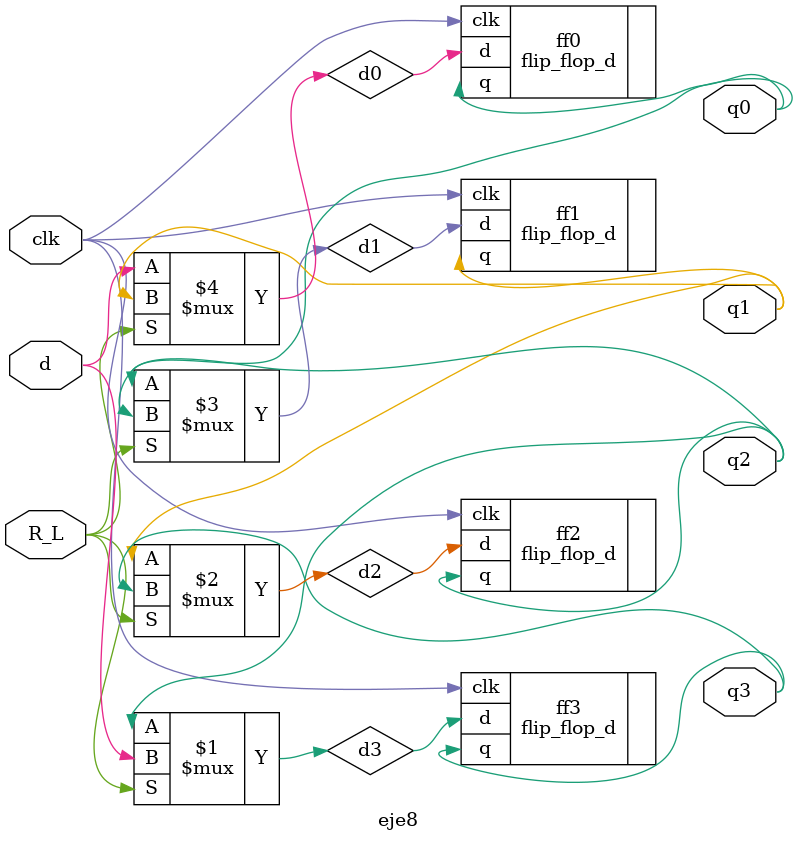
<source format=v>
module eje8(
  input d,
  input clk,
  input R_L, // 1 desp der, 0 desp izq
  output q3,
  output q2,
  output q1,
  output q0
);

wire d3, d2, d1, d0;

assign d3 = R_L? d : q2;
assign d2 = R_L? q3 : q1;
assign d1 = R_L? q2 : q0;
assign d0 = R_L? q1 : d;

flip_flop_d ff3(.clk(clk), .d(d3), .q(q3));
flip_flop_d ff2(.clk(clk), .d(d2), .q(q2));
flip_flop_d ff1(.clk(clk), .d(d1), .q(q1));
flip_flop_d ff0(.clk(clk), .d(d0), .q(q0));


endmodule
</source>
